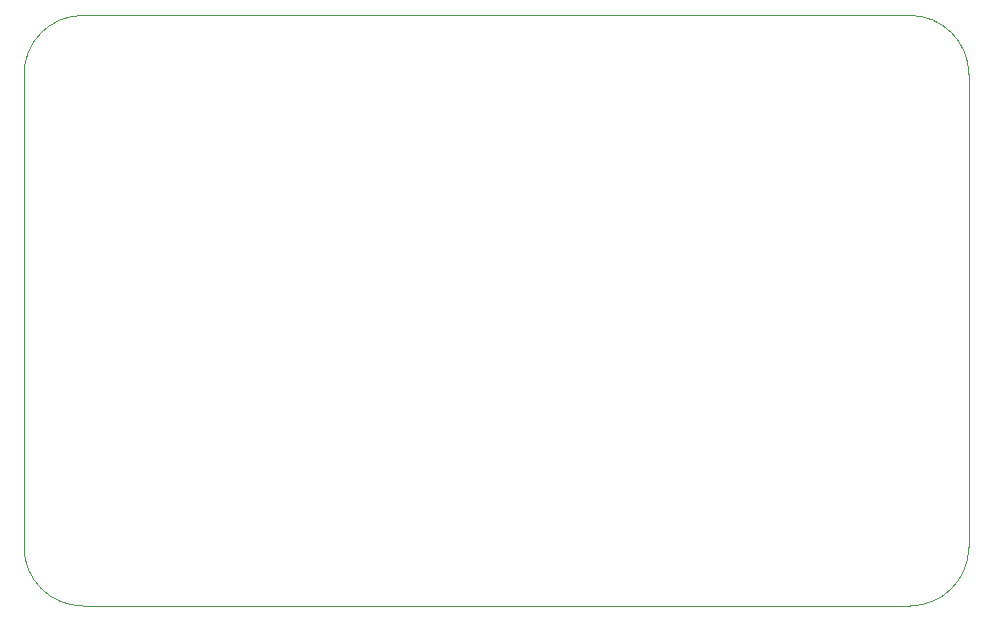
<source format=gbr>
%TF.GenerationSoftware,KiCad,Pcbnew,8.0.6*%
%TF.CreationDate,2024-11-17T18:19:46+01:00*%
%TF.ProjectId,MakerBot,4d616b65-7242-46f7-942e-6b696361645f,rev?*%
%TF.SameCoordinates,Original*%
%TF.FileFunction,Profile,NP*%
%FSLAX46Y46*%
G04 Gerber Fmt 4.6, Leading zero omitted, Abs format (unit mm)*
G04 Created by KiCad (PCBNEW 8.0.6) date 2024-11-17 18:19:46*
%MOMM*%
%LPD*%
G01*
G04 APERTURE LIST*
%TA.AperFunction,Profile*%
%ADD10C,0.050000*%
%TD*%
G04 APERTURE END LIST*
D10*
X155000000Y-50000000D02*
X225000000Y-50000000D01*
X230000000Y-55000000D02*
X230000000Y-95000000D01*
X150000000Y-95000000D02*
X150000000Y-55000000D01*
X225000000Y-100000000D02*
X155000000Y-100000000D01*
X225000000Y-50000000D02*
G75*
G02*
X230000000Y-55000000I0J-5000000D01*
G01*
X150000000Y-55000000D02*
G75*
G02*
X155000000Y-50000000I5000000J0D01*
G01*
X230000000Y-95000000D02*
G75*
G02*
X225000000Y-100000000I-5000000J0D01*
G01*
X155000000Y-100000000D02*
G75*
G02*
X150000000Y-95000000I0J5000000D01*
G01*
M02*

</source>
